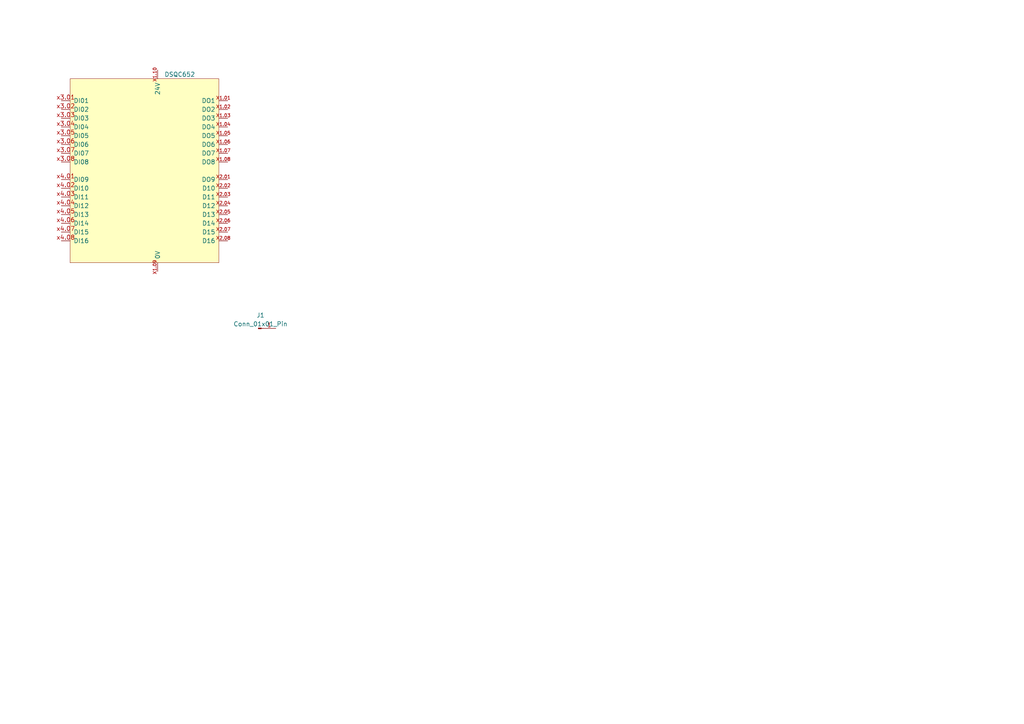
<source format=kicad_sch>
(kicad_sch (version 20230121) (generator eeschema)
  (paper "A4")
  (lib_symbols
    (symbol "Connector:Conn_01x01_Pin" (pin_names (offset 1.016) hide)
      (property "Reference" "J" (at 0 2.54 0))
      (property "Value" "Conn_01x01_Pin" (at 0 -2.54 0))
      (symbol "Conn_01x01_Pin_1_1"
        (polyline (pts (xy 1.27 0) (xy 0.8636 0)) (stroke (width 0.1524)))
        (rectangle (start 0.8636 0.127) (end 0 -0.127) (stroke (width 0.1524)) (fill (type outline)))
        (pin passive line (at 5.08 0 180) (length 3.81) (name "Pin_1") (number "1"))
      )
    )
    (symbol "project:DSQC652" (power) (pin_names (offset 1.016))
      (property "Value" "DSQC652" (at -16.51 27.94 0))
      (symbol "DSQC652_0_0"
        (pin output line (at 24.13 20.32 180) (length 2.54) (name "DO1") (number "X1.01"))
        (pin power_in line (at 3.81 -29.21 90) (length 2.54) (name "0V") (number "X1.09"))
        (pin power_out line (at 3.81 29.21 270) (length 2.54) (name "24V") (number "X1.10"))
      )
      (symbol "DSQC652_0_1"
        (rectangle (start 21.59 -26.67) (end -21.59 26.67) (stroke (width 0.1016)) (fill (type background)))
      )
      (symbol "DSQC652_1_1"
        (pin output line (at 24.13 17.78 180) (length 2.54) (name "DO2") (number "X1.02"))
        (pin output line (at 24.13 15.24 180) (length 2.54) (name "DO3") (number "X1.03"))
        (pin output line (at 24.13 12.7 180) (length 2.54) (name "DO4") (number "X1.04"))
        (pin output line (at 24.13 10.16 180) (length 2.54) (name "DO5") (number "X1.05"))
        (pin output line (at 24.13 7.62 180) (length 2.54) (name "DO6") (number "X1.06"))
        (pin output line (at 24.13 5.08 180) (length 2.54) (name "DO7") (number "X1.07"))
        (pin output line (at 24.13 2.54 180) (length 2.54) (name "DO8") (number "X1.08"))
        (pin output line (at 24.13 -2.54 180) (length 2.54) (name "DO9") (number "X2.01"))
        (pin output line (at 24.13 -5.08 180) (length 2.54) (name "D10") (number "X2.02"))
        (pin output line (at 24.13 -7.62 180) (length 2.54) (name "D11") (number "X2.03"))
        (pin output line (at 24.13 -10.16 180) (length 2.54) (name "D12") (number "X2.04"))
        (pin output line (at 24.13 -12.7 180) (length 2.54) (name "D13") (number "X2.05"))
        (pin output line (at 24.13 -15.24 180) (length 2.54) (name "D14") (number "X2.06"))
        (pin output line (at 24.13 -17.78 180) (length 2.54) (name "D15") (number "X2.07"))
        (pin output line (at 24.13 -20.32 180) (length 2.54) (name "D16") (number "X2.08"))
        (pin input line (at -24.13 20.32 0) (length 2.54) (name "DI01") (number "x3.01"))
        (pin input line (at -24.13 17.78 0) (length 2.54) (name "DI02") (number "x3.02"))
        (pin input line (at -24.13 15.24 0) (length 2.54) (name "DI03") (number "x3.03"))
        (pin input line (at -24.13 12.7 0) (length 2.54) (name "DI04") (number "x3.04"))
        (pin input line (at -24.13 10.16 0) (length 2.54) (name "DI05") (number "x3.05"))
        (pin input line (at -24.13 7.62 0) (length 2.54) (name "DI06") (number "x3.06"))
        (pin input line (at -24.13 5.08 0) (length 2.54) (name "DI07") (number "x3.07"))
        (pin input line (at -24.13 2.54 0) (length 2.54) (name "DI08") (number "x3.08"))
        (pin input line (at -24.13 -2.54 0) (length 2.54) (name "DI09") (number "x4.01"))
        (pin input line (at -24.13 -5.08 0) (length 2.54) (name "DI10") (number "x4.02"))
        (pin input line (at -24.13 -7.62 0) (length 2.54) (name "DI11") (number "x4.03"))
        (pin input line (at -24.13 -10.16 0) (length 2.54) (name "DI12") (number "x4.04"))
        (pin input line (at -24.13 -12.7 0) (length 2.54) (name "DI13") (number "x4.05"))
        (pin input line (at -24.13 -15.24 0) (length 2.54) (name "DI14") (number "x4.06"))
        (pin input line (at -24.13 -17.78 0) (length 2.54) (name "DI15") (number "x4.07"))
        (pin input line (at -24.13 -20.32 0) (length 2.54) (name "DI16") (number "x4.08"))
      )
    )
  )
  (symbol (lib_id "Connector:Conn_01x01_Pin") (at 74.93 95.25 0) (unit 1)
    (property "Reference" "J1" (at 75.565 91.44 0))
    (property "Value" "Conn_01x01_Pin" (at 75.565 93.98 0))
  )
  (symbol (lib_id "project:DSQC652") (at 41.91 49.53 0) (unit 1)
    (property "Reference" "U01" (effects hide))
    (property "Value" "DSQC652" (at 47.6759 21.59 0) (effects (justify left)))
  )
)
</source>
